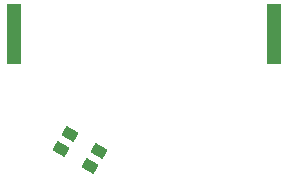
<source format=gbr>
%TF.GenerationSoftware,KiCad,Pcbnew,8.0.3*%
%TF.CreationDate,2024-11-08T22:06:30+02:00*%
%TF.ProjectId,Snowflake-Ornament,536e6f77-666c-4616-9b65-2d4f726e616d,rev?*%
%TF.SameCoordinates,Original*%
%TF.FileFunction,Paste,Bot*%
%TF.FilePolarity,Positive*%
%FSLAX46Y46*%
G04 Gerber Fmt 4.6, Leading zero omitted, Abs format (unit mm)*
G04 Created by KiCad (PCBNEW 8.0.3) date 2024-11-08 22:06:30*
%MOMM*%
%LPD*%
G01*
G04 APERTURE LIST*
G04 Aperture macros list*
%AMRotRect*
0 Rectangle, with rotation*
0 The origin of the aperture is its center*
0 $1 length*
0 $2 width*
0 $3 Rotation angle, in degrees counterclockwise*
0 Add horizontal line*
21,1,$1,$2,0,0,$3*%
G04 Aperture macros list end*
%ADD10RotRect,1.200000X0.900000X330.000000*%
%ADD11R,1.270000X5.080000*%
G04 APERTURE END LIST*
D10*
%TO.C,D2*%
X201975000Y-109795737D03*
X202700001Y-108540000D03*
X205124872Y-109940001D03*
X204399871Y-111195738D03*
%TD*%
D11*
%TO.C,BT1*%
X198000000Y-100000000D03*
X219970000Y-100000000D03*
%TD*%
M02*

</source>
